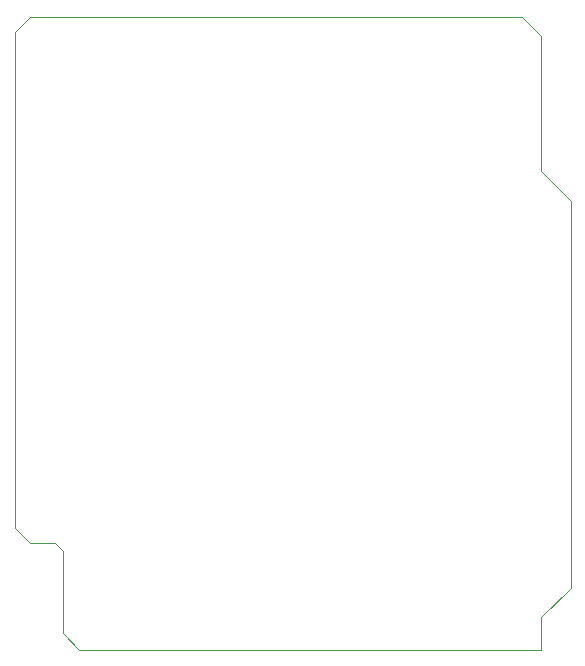
<source format=gbr>
%TF.GenerationSoftware,KiCad,Pcbnew,(6.0.9)*%
%TF.CreationDate,2022-11-30T17:50:51+01:00*%
%TF.ProjectId,car-shield,6361722d-7368-4696-956c-642e6b696361,rev0*%
%TF.SameCoordinates,Original*%
%TF.FileFunction,Profile,NP*%
%FSLAX46Y46*%
G04 Gerber Fmt 4.6, Leading zero omitted, Abs format (unit mm)*
G04 Created by KiCad (PCBNEW (6.0.9)) date 2022-11-30 17:50:51*
%MOMM*%
%LPD*%
G01*
G04 APERTURE LIST*
%TA.AperFunction,Profile*%
%ADD10C,0.100000*%
%TD*%
G04 APERTURE END LIST*
D10*
X124079000Y-115570000D02*
X124714000Y-116205000D01*
X124714000Y-123190000D02*
X126111000Y-124587000D01*
X124714000Y-116205000D02*
X124714000Y-123190000D01*
X121920000Y-115570000D02*
X124079000Y-115570000D01*
X121920000Y-115570000D02*
X120650000Y-114300000D01*
X165227000Y-121793000D02*
X167767000Y-119380000D01*
X165227000Y-84074000D02*
X165227000Y-72644000D01*
X165227000Y-72644000D02*
X163576000Y-70993000D01*
X126111000Y-124587000D02*
X165227000Y-124587000D01*
X165227000Y-124587000D02*
X165227000Y-121793000D01*
X167767000Y-86614000D02*
X165227000Y-84074000D01*
X167767000Y-119380000D02*
X167767000Y-86614000D01*
X120650000Y-72263000D02*
X120650000Y-114300000D01*
X121920000Y-70993000D02*
X120650000Y-72263000D01*
X163576000Y-70993000D02*
X121920000Y-70993000D01*
M02*

</source>
